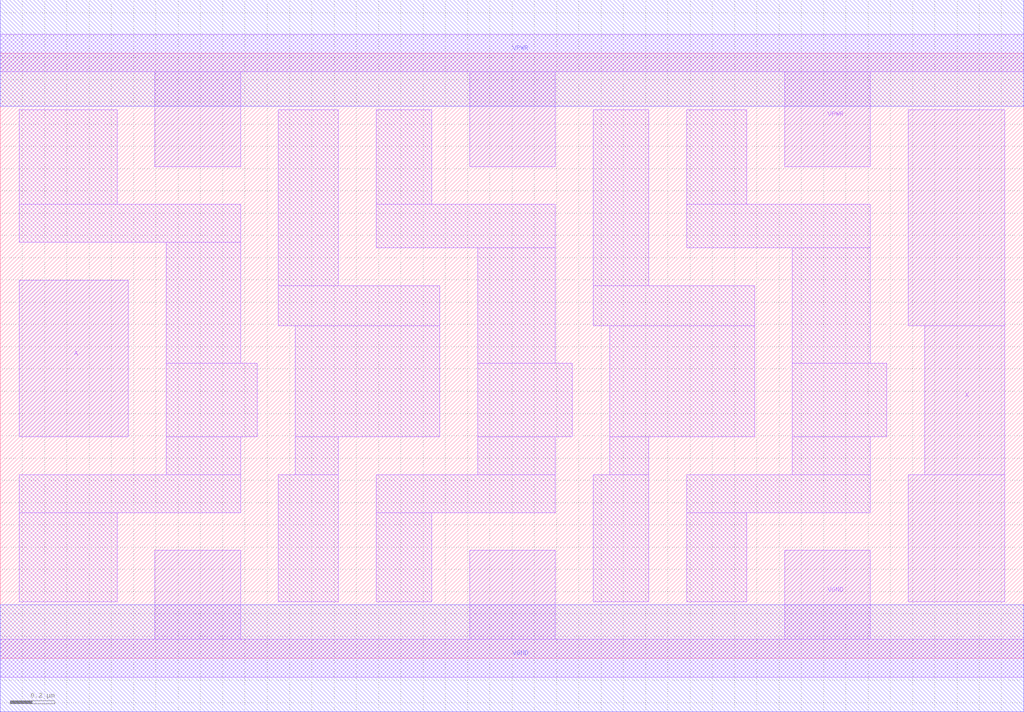
<source format=lef>
# Copyright 2020 The SkyWater PDK Authors
#
# Licensed under the Apache License, Version 2.0 (the "License");
# you may not use this file except in compliance with the License.
# You may obtain a copy of the License at
#
#     https://www.apache.org/licenses/LICENSE-2.0
#
# Unless required by applicable law or agreed to in writing, software
# distributed under the License is distributed on an "AS IS" BASIS,
# WITHOUT WARRANTIES OR CONDITIONS OF ANY KIND, either express or implied.
# See the License for the specific language governing permissions and
# limitations under the License.
#
# SPDX-License-Identifier: Apache-2.0

VERSION 5.5 ;
NAMESCASESENSITIVE ON ;
BUSBITCHARS "[]" ;
DIVIDERCHAR "/" ;
MACRO sky130_fd_sc_hd__dlymetal6s6s_1
  CLASS CORE ;
  SOURCE USER ;
  ORIGIN  0.000000  0.000000 ;
  SIZE  4.600000 BY  2.720000 ;
  SYMMETRY X Y R90 ;
  SITE unithd ;
  PIN A
    ANTENNAGATEAREA  0.126000 ;
    DIRECTION INPUT ;
    USE SIGNAL ;
    PORT
      LAYER li1 ;
        RECT 0.085000 0.995000 0.575000 1.700000 ;
    END
  END A
  PIN X
    ANTENNADIFFAREA  0.429000 ;
    DIRECTION OUTPUT ;
    USE SIGNAL ;
    PORT
      LAYER li1 ;
        RECT 4.080000 0.255000 4.515000 0.825000 ;
        RECT 4.080000 1.495000 4.515000 2.465000 ;
        RECT 4.155000 0.825000 4.515000 1.495000 ;
    END
  END X
  PIN VGND
    DIRECTION INOUT ;
    SHAPE ABUTMENT ;
    USE GROUND ;
    PORT
      LAYER li1 ;
        RECT 0.000000 -0.085000 4.600000 0.085000 ;
        RECT 0.695000  0.085000 1.080000 0.485000 ;
        RECT 2.110000  0.085000 2.495000 0.485000 ;
        RECT 3.525000  0.085000 3.910000 0.485000 ;
    END
    PORT
      LAYER met1 ;
        RECT 0.000000 -0.240000 4.600000 0.240000 ;
    END
  END VGND
  PIN VPWR
    DIRECTION INOUT ;
    SHAPE ABUTMENT ;
    USE POWER ;
    PORT
      LAYER li1 ;
        RECT 0.000000 2.635000 4.600000 2.805000 ;
        RECT 0.695000 2.210000 1.080000 2.635000 ;
        RECT 2.110000 2.210000 2.495000 2.635000 ;
        RECT 3.525000 2.210000 3.910000 2.635000 ;
    END
    PORT
      LAYER met1 ;
        RECT 0.000000 2.480000 4.600000 2.960000 ;
    END
  END VPWR
  OBS
    LAYER li1 ;
      RECT 0.085000 0.255000 0.525000 0.655000 ;
      RECT 0.085000 0.655000 1.080000 0.825000 ;
      RECT 0.085000 1.870000 1.080000 2.040000 ;
      RECT 0.085000 2.040000 0.525000 2.465000 ;
      RECT 0.745000 0.825000 1.080000 0.995000 ;
      RECT 0.745000 0.995000 1.155000 1.325000 ;
      RECT 0.745000 1.325000 1.080000 1.870000 ;
      RECT 1.250000 0.255000 1.520000 0.825000 ;
      RECT 1.250000 1.495000 1.975000 1.675000 ;
      RECT 1.250000 1.675000 1.520000 2.465000 ;
      RECT 1.325000 0.825000 1.520000 0.995000 ;
      RECT 1.325000 0.995000 1.975000 1.495000 ;
      RECT 1.690000 0.255000 1.940000 0.655000 ;
      RECT 1.690000 0.655000 2.495000 0.825000 ;
      RECT 1.690000 1.845000 2.495000 2.040000 ;
      RECT 1.690000 2.040000 1.940000 2.465000 ;
      RECT 2.145000 0.825000 2.495000 0.995000 ;
      RECT 2.145000 0.995000 2.570000 1.325000 ;
      RECT 2.145000 1.325000 2.495000 1.845000 ;
      RECT 2.665000 0.255000 2.915000 0.825000 ;
      RECT 2.665000 1.495000 3.390000 1.675000 ;
      RECT 2.665000 1.675000 2.915000 2.465000 ;
      RECT 2.740000 0.825000 2.915000 0.995000 ;
      RECT 2.740000 0.995000 3.390000 1.495000 ;
      RECT 3.085000 0.255000 3.355000 0.655000 ;
      RECT 3.085000 0.655000 3.910000 0.825000 ;
      RECT 3.085000 1.845000 3.910000 2.040000 ;
      RECT 3.085000 2.040000 3.355000 2.465000 ;
      RECT 3.560000 0.825000 3.910000 0.995000 ;
      RECT 3.560000 0.995000 3.985000 1.325000 ;
      RECT 3.560000 1.325000 3.910000 1.845000 ;
  END
END sky130_fd_sc_hd__dlymetal6s6s_1
END LIBRARY

</source>
